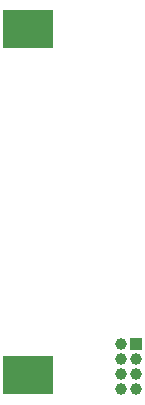
<source format=gbr>
%TF.GenerationSoftware,Altium Limited,Altium Designer,22.11.1 (43)*%
G04 Layer_Color=128*
%FSLAX45Y45*%
%MOMM*%
%TF.SameCoordinates,77F1110F-2A09-4361-93A5-D97A60E4CA06*%
%TF.FilePolarity,Positive*%
%TF.FileFunction,Paste,Bot*%
%TF.Part,Single*%
G01*
G75*
%TA.AperFunction,SMDPad,CuDef*%
%ADD41R,4.20000X3.20000*%
%ADD42R,1.00000X1.00000*%
%TA.AperFunction,BGAPad,CuDef*%
%ADD43C,1.00000*%
D41*
X1075000Y3165000D02*
D03*
Y235000D02*
D03*
D42*
X1988500Y490500D02*
D03*
D43*
X1861500D02*
D03*
X1988500Y363500D02*
D03*
X1861500D02*
D03*
X1988500Y236500D02*
D03*
X1861500D02*
D03*
X1988500Y109500D02*
D03*
X1861500D02*
D03*
%TF.MD5,1bd59fff1790704752819f66a93ae22f*%
M02*

</source>
